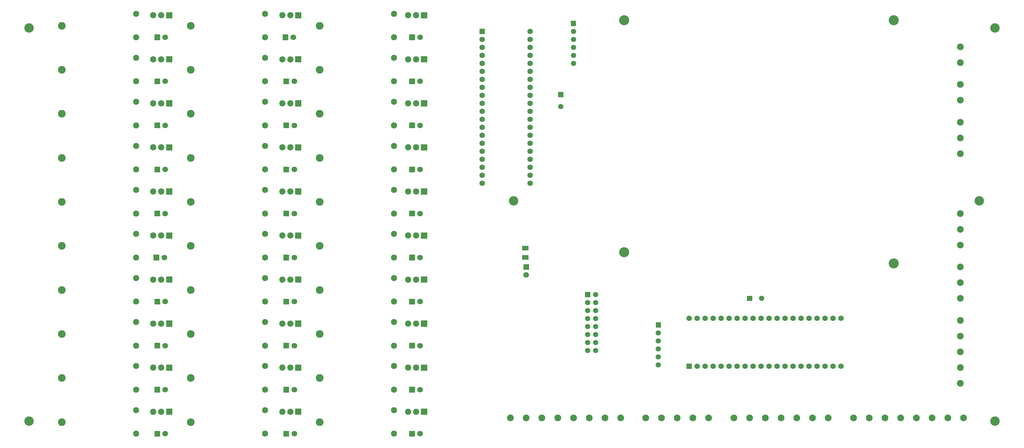
<source format=gbr>
G04 start of page 10 for group -4063 idx -4063 *
G04 Title: (unknown), componentmask *
G04 Creator: pcb 20091103 *
G04 CreationDate: Чтв 05 Июл 2012 10:45:54 UTC *
G04 For: aml *
G04 Format: Gerber/RS-274X *
G04 PCB-Dimensions: 1259850 590550 *
G04 PCB-Coordinate-Origin: lower left *
%MOIN*%
%FSLAX25Y25*%
%LNFRONTMASK*%
%ADD20C,0.0200*%
%ADD33C,0.1181*%
%ADD34C,0.1260*%
%ADD36C,0.0780*%
%ADD37C,0.0710*%
%ADD38C,0.0760*%
%ADD39C,0.0960*%
%ADD40C,0.0660*%
%ADD41C,0.0680*%
%ADD42C,0.0847*%
%ADD43R,0.0572X0.0572*%
G54D36*X350394Y118109D03*
G54D20*G36*
X356494Y122009D02*Y114209D01*
X364294D01*
Y122009D01*
X356494D01*
G37*
G54D36*X340394Y118109D03*
X350394Y173227D03*
G54D20*G36*
X356494Y177127D02*Y169327D01*
X364294D01*
Y177127D01*
X356494D01*
G37*
G54D36*X340394Y173227D03*
G54D20*G36*
X341844Y204336D02*Y197236D01*
X348944D01*
Y204336D01*
X341844D01*
G37*
G54D37*X355394Y200786D03*
G54D36*X350394Y228345D03*
X340394D03*
G54D20*G36*
X356494Y232245D02*Y224445D01*
X364294D01*
Y232245D01*
X356494D01*
G37*
G36*
X341844Y149218D02*Y142118D01*
X348944D01*
Y149218D01*
X341844D01*
G37*
G54D37*X355394Y145668D03*
G54D36*X350394Y283463D03*
Y338581D03*
Y393700D03*
Y559054D03*
Y62991D03*
G54D20*G36*
X356494Y287363D02*Y279563D01*
X364294D01*
Y287363D01*
X356494D01*
G37*
G36*
Y342481D02*Y334681D01*
X364294D01*
Y342481D01*
X356494D01*
G37*
G36*
Y397600D02*Y389800D01*
X364294D01*
Y397600D01*
X356494D01*
G37*
G36*
Y562954D02*Y555154D01*
X364294D01*
Y562954D01*
X356494D01*
G37*
G36*
Y66891D02*Y59091D01*
X364294D01*
Y66891D01*
X356494D01*
G37*
G54D36*X340394Y283463D03*
Y338581D03*
Y393700D03*
Y559054D03*
Y62991D03*
G54D20*G36*
X341844Y259454D02*Y252354D01*
X348944D01*
Y259454D01*
X341844D01*
G37*
G36*
Y369691D02*Y362591D01*
X348944D01*
Y369691D01*
X341844D01*
G37*
G36*
Y424809D02*Y417709D01*
X348944D01*
Y424809D01*
X341844D01*
G37*
G36*
Y94100D02*Y87000D01*
X348944D01*
Y94100D01*
X341844D01*
G37*
G36*
X340781Y535045D02*Y527945D01*
X347881D01*
Y535045D01*
X340781D01*
G37*
G54D37*X355394Y255904D03*
Y366141D03*
Y421259D03*
Y90550D03*
X354331Y531495D03*
G54D20*G36*
X341844Y314572D02*Y307472D01*
X348944D01*
Y314572D01*
X341844D01*
G37*
G54D37*X355394Y311022D03*
G54D36*X188976Y393700D03*
G54D20*G36*
X195076Y397600D02*Y389800D01*
X202876D01*
Y397600D01*
X195076D01*
G37*
G54D36*X178976Y393700D03*
G54D38*X157480Y395641D03*
Y366141D03*
Y340522D03*
G54D36*X188976Y338581D03*
G54D20*G36*
X195076Y342481D02*Y334681D01*
X202876D01*
Y342481D01*
X195076D01*
G37*
G54D37*X193976Y366141D03*
Y421259D03*
G54D36*X178976Y228345D03*
Y338581D03*
Y559054D03*
G54D38*X157480Y421259D03*
G54D20*G36*
X180426Y424809D02*Y417709D01*
X187526D01*
Y424809D01*
X180426D01*
G37*
G54D38*X157480Y560995D03*
Y531495D03*
G54D20*G36*
X180426Y369691D02*Y362591D01*
X187526D01*
Y369691D01*
X180426D01*
G37*
G36*
Y479927D02*Y472827D01*
X187526D01*
Y479927D01*
X180426D01*
G37*
G36*
Y535045D02*Y527945D01*
X187526D01*
Y535045D01*
X180426D01*
G37*
G54D37*X193976Y531495D03*
G54D20*G36*
X180426Y314572D02*Y307472D01*
X187526D01*
Y314572D01*
X180426D01*
G37*
G54D37*X193976Y311022D03*
G54D20*G36*
X179363Y259454D02*Y252354D01*
X186463D01*
Y259454D01*
X179363D01*
G37*
G54D37*X192913Y255904D03*
G54D38*X157480Y230286D03*
Y285404D03*
Y255904D03*
Y311022D03*
G54D36*X350394Y503936D03*
X340394D03*
G54D38*X157480Y505877D03*
X318898D03*
G54D20*G36*
X356494Y507836D02*Y500036D01*
X364294D01*
Y507836D01*
X356494D01*
G37*
G54D36*X188976Y503936D03*
G54D20*G36*
X195076Y507836D02*Y500036D01*
X202876D01*
Y507836D01*
X195076D01*
G37*
G54D36*X178976Y503936D03*
G54D38*X157480Y476377D03*
G54D39*X225898Y490877D03*
G54D36*X350394Y448818D03*
G54D20*G36*
X356494Y452718D02*Y444918D01*
X364294D01*
Y452718D01*
X356494D01*
G37*
G54D36*X340394Y448818D03*
G54D20*G36*
X341844Y479927D02*Y472827D01*
X348944D01*
Y479927D01*
X341844D01*
G37*
G54D37*X355394Y476377D03*
G54D38*X318898Y450759D03*
Y560995D03*
Y531495D03*
Y476377D03*
G54D39*X387316Y545995D03*
X225898D03*
G54D38*X157480Y450759D03*
G54D36*X188976Y448818D03*
G54D20*G36*
X195076Y452718D02*Y444918D01*
X202876D01*
Y452718D01*
X195076D01*
G37*
G54D36*X178976Y448818D03*
X188976Y559054D03*
G54D20*G36*
X195076Y562954D02*Y555154D01*
X202876D01*
Y562954D01*
X195076D01*
G37*
G54D37*X193976Y476377D03*
G54D39*X64480Y545995D03*
Y490877D03*
X387316D03*
X64480Y435759D03*
Y380641D03*
Y325522D03*
G54D38*X318898Y340522D03*
Y311022D03*
G54D39*X387316Y325522D03*
Y270404D03*
X225898Y325522D03*
Y380641D03*
Y435759D03*
Y270404D03*
G54D38*X318898Y395641D03*
Y421259D03*
Y230286D03*
Y285404D03*
Y255904D03*
Y366141D03*
G54D39*X387316Y380641D03*
Y435759D03*
G54D36*X188976Y283463D03*
G54D20*G36*
X195076Y287363D02*Y279563D01*
X202876D01*
Y287363D01*
X195076D01*
G37*
G54D36*X178976Y283463D03*
X188976Y228345D03*
G54D39*X225898Y215286D03*
G54D20*G36*
X341844Y38982D02*Y31882D01*
X348944D01*
Y38982D01*
X341844D01*
G37*
G54D37*X355394Y35432D03*
G54D39*X387316Y49932D03*
Y160168D03*
Y105050D03*
Y215286D03*
G54D38*X318898Y200786D03*
Y175168D03*
Y64932D03*
Y120050D03*
Y90550D03*
Y145668D03*
Y35432D03*
G54D36*X178976Y62991D03*
G54D20*G36*
X180426Y38982D02*Y31882D01*
X187526D01*
Y38982D01*
X180426D01*
G37*
G54D38*X157480Y35432D03*
G54D37*X193976D03*
G54D38*X157480Y90550D03*
Y64932D03*
G54D36*X188976Y62991D03*
G54D20*G36*
X195076Y66891D02*Y59091D01*
X202876D01*
Y66891D01*
X195076D01*
G37*
G36*
X180426Y149218D02*Y142118D01*
X187526D01*
Y149218D01*
X180426D01*
G37*
G54D37*X193976Y145668D03*
G54D20*G36*
X180426Y94100D02*Y87000D01*
X187526D01*
Y94100D01*
X180426D01*
G37*
G54D37*X193976Y90550D03*
G54D39*X225898Y49932D03*
Y105050D03*
Y160168D03*
G54D20*G36*
X195076Y232245D02*Y224445D01*
X202876D01*
Y232245D01*
X195076D01*
G37*
G54D36*X188976Y118109D03*
G54D20*G36*
X195076Y122009D02*Y114209D01*
X202876D01*
Y122009D01*
X195076D01*
G37*
G54D36*X178976Y118109D03*
G54D38*X157480Y120050D03*
G54D39*X64480Y105050D03*
Y160168D03*
G54D36*X188976Y173227D03*
G54D20*G36*
X195076Y177127D02*Y169327D01*
X202876D01*
Y177127D01*
X195076D01*
G37*
G54D36*X178976Y173227D03*
G54D38*X157480Y145668D03*
G54D39*X64480Y215286D03*
Y270404D03*
Y49932D03*
G54D38*X157480Y175168D03*
Y200786D03*
G54D20*G36*
X180426Y204336D02*Y197236D01*
X187526D01*
Y204336D01*
X180426D01*
G37*
G54D37*X193976Y200786D03*
G54D36*X507874Y62991D03*
Y173227D03*
Y118109D03*
Y228345D03*
G54D20*G36*
X513974Y66891D02*Y59091D01*
X521774D01*
Y66891D01*
X513974D01*
G37*
G36*
Y177127D02*Y169327D01*
X521774D01*
Y177127D01*
X513974D01*
G37*
G36*
Y122009D02*Y114209D01*
X521774D01*
Y122009D01*
X513974D01*
G37*
G36*
Y232245D02*Y224445D01*
X521774D01*
Y232245D01*
X513974D01*
G37*
G54D36*X497874Y62991D03*
Y173227D03*
Y118109D03*
Y228345D03*
G54D38*X480316Y175168D03*
Y145668D03*
Y230286D03*
Y200786D03*
Y340522D03*
Y311022D03*
Y395641D03*
Y366141D03*
Y421259D03*
Y505877D03*
Y476377D03*
Y450759D03*
Y560995D03*
Y531495D03*
Y285404D03*
Y255904D03*
G54D20*G36*
X499324Y38982D02*Y31882D01*
X506424D01*
Y38982D01*
X499324D01*
G37*
G54D38*X480316Y35432D03*
G54D37*X512874D03*
G54D38*X480316Y64932D03*
Y120050D03*
Y90550D03*
G54D20*G36*
X719141Y212748D02*Y206148D01*
X725741D01*
Y212748D01*
X719141D01*
G37*
G54D40*X732441Y209448D03*
X722441Y199448D03*
X732441D03*
X722441Y189448D03*
X732441D03*
X722441Y179448D03*
Y169448D03*
Y159448D03*
Y149448D03*
Y139448D03*
X732441Y179448D03*
Y169448D03*
Y159448D03*
Y149448D03*
Y139448D03*
G54D20*G36*
X807724Y174716D02*Y168116D01*
X814324D01*
Y174716D01*
X807724D01*
G37*
G54D40*X811024Y161416D03*
Y151416D03*
Y141416D03*
Y131416D03*
Y121416D03*
G54D20*G36*
X846048Y123241D02*Y116441D01*
X852848D01*
Y123241D01*
X846048D01*
G37*
G54D41*X859448Y119841D03*
X869448D03*
X879448D03*
X889448D03*
X899448D03*
X909448D03*
X919448D03*
G54D20*G36*
X701424Y552157D02*Y545557D01*
X708024D01*
Y552157D01*
X701424D01*
G37*
G54D40*X704724Y538857D03*
Y528857D03*
Y518857D03*
Y508857D03*
Y498857D03*
G54D42*Y55117D03*
X724409D03*
X744094D03*
G54D41*X650551Y348818D03*
Y358818D03*
G54D20*G36*
X642119Y247643D02*Y240543D01*
X649219D01*
Y247643D01*
X642119D01*
G37*
G54D37*X645669Y234093D03*
G54D41*X650551Y368818D03*
Y378818D03*
Y388818D03*
Y398818D03*
G54D20*G36*
X685676Y463181D02*Y456581D01*
X692276D01*
Y463181D01*
X685676D01*
G37*
G54D40*X688976Y444881D03*
G54D42*X625984Y55117D03*
X645669D03*
X665354D03*
X685039D03*
G54D41*X929448Y119841D03*
X939448D03*
X949448D03*
X959448D03*
X969448D03*
X979448D03*
X989448D03*
X999448D03*
G54D42*X925197Y55117D03*
X944882D03*
X964567D03*
X984252D03*
G54D41*X1009448Y119841D03*
X1019448D03*
X1029448D03*
X1039448D03*
Y179841D03*
X1029448D03*
X1019448D03*
X1009448D03*
G54D42*X1188976Y271652D03*
Y177164D03*
Y244093D03*
Y204723D03*
Y224408D03*
Y137794D03*
Y157479D03*
Y98424D03*
Y118109D03*
G54D41*X999448Y179841D03*
X989448D03*
X979448D03*
X969448D03*
X959448D03*
X949448D03*
X939448D03*
X929448D03*
G54D20*G36*
X921897Y208023D02*Y201423D01*
X928497D01*
Y208023D01*
X921897D01*
G37*
G54D40*X940197Y204723D03*
G54D41*X919448Y179841D03*
X909448D03*
X899448D03*
X889448D03*
X879448D03*
X869448D03*
X859448D03*
X849448D03*
G54D42*X1055118Y55117D03*
X1003937D03*
X1023622D03*
X1074803D03*
X1094488D03*
X1114173D03*
X1133858D03*
X1153543D03*
X1173228D03*
X1192913D03*
X905512D03*
X834646D03*
X795276D03*
X814961D03*
X763779D03*
X854331D03*
X874016D03*
X1188976Y311022D03*
Y385826D03*
Y291337D03*
Y425196D03*
Y405511D03*
Y519684D03*
Y499999D03*
Y472440D03*
Y452755D03*
G54D20*G36*
X587151Y542218D02*Y535418D01*
X593951D01*
Y542218D01*
X587151D01*
G37*
G54D41*X590551Y528818D03*
Y518818D03*
Y508818D03*
Y498818D03*
Y488818D03*
Y478818D03*
Y468818D03*
Y458818D03*
Y448818D03*
Y438818D03*
Y428818D03*
Y418818D03*
Y408818D03*
Y398818D03*
Y388818D03*
Y378818D03*
Y368818D03*
Y358818D03*
Y348818D03*
X650551Y408818D03*
Y418818D03*
Y428818D03*
Y438818D03*
Y448818D03*
Y458818D03*
Y468818D03*
Y478818D03*
Y488818D03*
Y498818D03*
Y508818D03*
Y518818D03*
Y528818D03*
Y538818D03*
G54D20*G36*
X499324Y259454D02*Y252354D01*
X506424D01*
Y259454D01*
X499324D01*
G37*
G54D37*X512874Y255904D03*
G54D36*X507874Y283463D03*
G54D20*G36*
X513974Y287363D02*Y279563D01*
X521774D01*
Y287363D01*
X513974D01*
G37*
G54D36*X497874Y283463D03*
G54D20*G36*
X499324Y204336D02*Y197236D01*
X506424D01*
Y204336D01*
X499324D01*
G37*
G36*
Y94100D02*Y87000D01*
X506424D01*
Y94100D01*
X499324D01*
G37*
G36*
Y149218D02*Y142118D01*
X506424D01*
Y149218D01*
X499324D01*
G37*
G54D37*X512874Y200786D03*
Y90550D03*
Y145668D03*
G54D20*G36*
X499324Y314572D02*Y307472D01*
X506424D01*
Y314572D01*
X499324D01*
G37*
G54D37*X512874Y311022D03*
G54D36*X507874Y338581D03*
G54D20*G36*
X513974Y342481D02*Y334681D01*
X521774D01*
Y342481D01*
X513974D01*
G37*
G54D36*X497874Y338581D03*
G54D37*X512874Y421259D03*
Y476377D03*
Y531495D03*
Y366141D03*
G54D36*X507874Y393700D03*
X497874D03*
X507874Y448818D03*
G54D20*G36*
X513974Y397600D02*Y389800D01*
X521774D01*
Y397600D01*
X513974D01*
G37*
G36*
Y507836D02*Y500036D01*
X521774D01*
Y507836D01*
X513974D01*
G37*
G36*
Y562954D02*Y555154D01*
X521774D01*
Y562954D01*
X513974D01*
G37*
G54D36*X507874Y503936D03*
X497874D03*
X507874Y559054D03*
X497874D03*
G54D20*G36*
X513974Y452718D02*Y444918D01*
X521774D01*
Y452718D01*
X513974D01*
G37*
G54D36*X497874Y448818D03*
G54D20*G36*
X499324Y424809D02*Y417709D01*
X506424D01*
Y424809D01*
X499324D01*
G37*
G36*
Y479927D02*Y472827D01*
X506424D01*
Y479927D01*
X499324D01*
G37*
G36*
Y535045D02*Y527945D01*
X506424D01*
Y535045D01*
X499324D01*
G37*
G36*
Y369691D02*Y362591D01*
X506424D01*
Y369691D01*
X499324D01*
G37*
G54D33*X629921Y326770D03*
G54D34*X1105512Y248424D03*
X768110Y552755D03*
X1105512D03*
X768110Y262597D03*
G54D33*X23622Y543306D03*
Y51180D03*
X1232283Y543306D03*
Y51180D03*
X1212598Y326770D03*
G54D43*X643307Y267714D02*X645669D01*
X643307Y255904D02*X645669D01*
M02*

</source>
